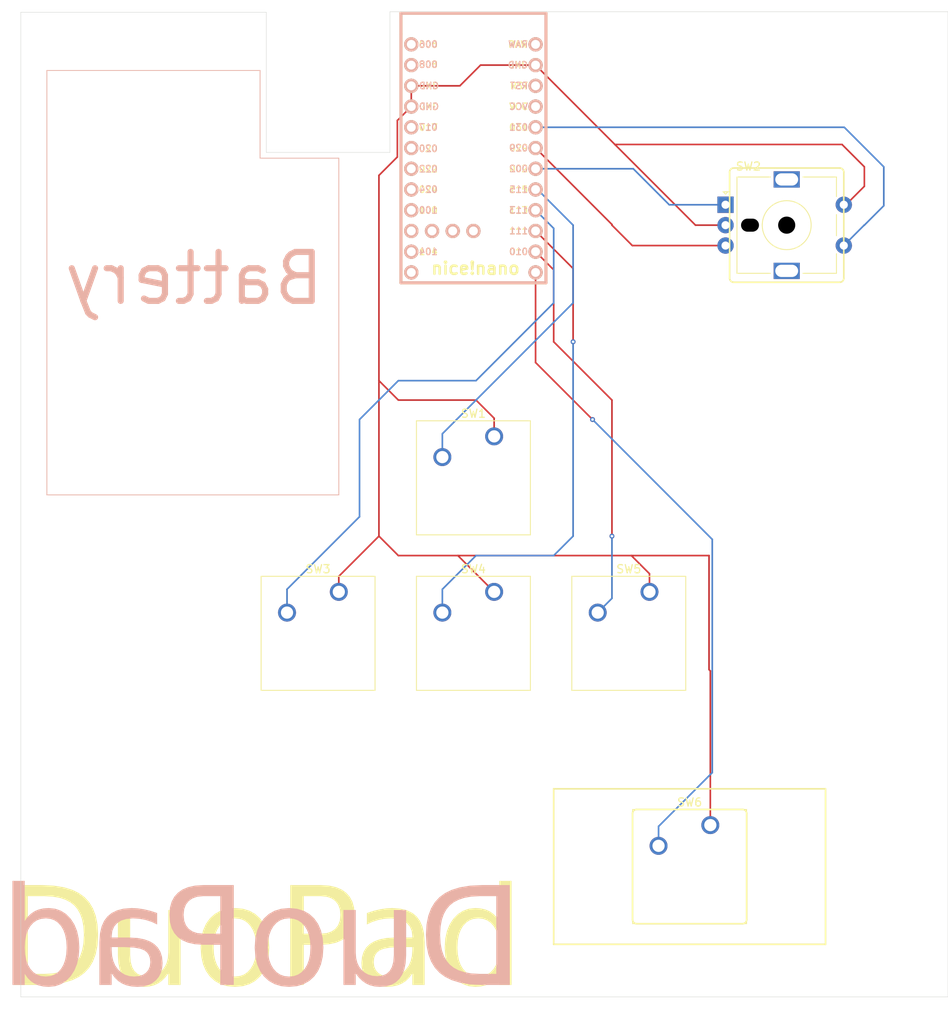
<source format=kicad_pcb>
(kicad_pcb (version 20241229) (generator "pcbnew") (generator_version "9.0")
  (layers (0 "F.Cu" signal) (2 "B.Cu" signal) (13 "F.Paste" user) (15 "B.Paste" user) (5 "F.SilkS" user "F.Silkscreen") (7 "B.SilkS" user "B.Silkscreen") (1 "F.Mask" user) (3 "B.Mask" user) (25 "Edge.Cuts" user))
  (net 0 "")
  (net 1 "P1.15")
  (net 2 "GND")
  (net 3 "AIN5{slash}P0.29")
  (net 4 "AIN7{slash}P0.31")
  (net 5 "AIN0{slash}P0.02")
  (net 6 "P1.13")
  (net 7 "P1.11")
  (net 8 "NFC2{slash}P0.10")
  (net 9 "NFC1{slash}P0.09")
  (net 25 "+")
  (footprint "nice:nice_nano" (layer "F.Cu") (at 123.5075 48.97 -90)
    (property "Reference" "U1" (hide yes))
    (property "Value" "nice_nano" (hide yes))
    (fp_line (start -17.78 8.89) (end -15.24 8.89) (stroke (width 0.381)) (layer "F.SilkS"))
    (fp_line (start -15.24 8.89) (end 15.24 8.89) (stroke (width 0.381)) (layer "F.SilkS"))
    (fp_line (start 15.24 8.89) (end 15.24 -8.89) (stroke (width 0.381)) (layer "F.SilkS"))
    (fp_line (start -17.78 -8.89) (end -17.78 8.89) (stroke (width 0.381)) (layer "F.SilkS"))
    (fp_line (start -15.24 -8.89) (end -17.78 -8.89) (stroke (width 0.381)) (layer "F.SilkS"))
    (fp_line (start 15.24 -8.89) (end -15.24 -8.89) (stroke (width 0.381)) (layer "F.SilkS"))
    (fp_line (start -17.78 8.89) (end 15.24 8.89) (stroke (width 0.381)) (layer "B.SilkS"))
    (fp_line (start 15.24 8.89) (end 15.24 -8.89) (stroke (width 0.381)) (layer "B.SilkS"))
    (fp_line (start -17.78 -8.89) (end -17.78 8.89) (stroke (width 0.381)) (layer "B.SilkS"))
    (fp_line (start 15.24 -8.89) (end -17.78 -8.89) (stroke (width 0.381)) (layer "B.SilkS"))
    (fp_text user "VCC" (at -6.35 -5.537191 0) (layer "F.SilkS") (effects (font (size 0.8 0.8))))
    (fp_text user "111" (at 8.89 -5.537191 0) (layer "F.SilkS") (effects (font (size 0.8 0.8))))
    (fp_text user "010" (at 11.43 -5.537191 0) (layer "F.SilkS") (effects (font (size 0.8 0.8))))
    (fp_text user "GND" (at -11.43 -5.454667 0) (layer "F.SilkS") (effects (font (size 0.8 0.8))))
    (fp_text user "RAW" (at -13.97 -5.473715 0) (layer "F.SilkS") (effects (font (size 0.8 0.8))))
    (fp_text user "022" (at 1.3 5.53719 0) (layer "F.SilkS") (effects (font (size 0.8 0.8))))
    (fp_text user "113" (at 6.35 -5.537191 0) (layer "F.SilkS") (effects (font (size 0.8 0.8))))
    (fp_text user "006" (at -13.97 5.53719 0) (layer "F.SilkS") (effects (font (size 0.8 0.8))))
    (fp_text user "017" (at -3.8 5.53719 0) (layer "F.SilkS") (effects (font (size 0.8 0.8))))
    (fp_text user "002" (at 1.27 -5.537191 0) (layer "F.SilkS") (effects (font (size 0.8 0.8))))
    (fp_text user "104" (at 11.43 5.53719 0) (layer "F.SilkS") (effects (font (size 0.8 0.8))))
    (fp_text user "RST" (at -8.89 -5.588 0) (layer "F.SilkS") (effects (font (size 0.8 0.8))))
    (fp_text user "GND" (at -6.35 5.461 0) (layer "F.SilkS") (effects (font (size 0.8 0.8))))
    (fp_text user "nice!nano" (at 13.462 -0.254 0) (layer "F.SilkS") (effects (font (size 1.5 1.5) (thickness 0.3))))
    (fp_text user "100" (at 6.35 5.53719 0) (layer "F.SilkS") (effects (font (size 0.8 0.8))))
    (fp_text user "020" (at -1.2 5.53719 0) (layer "F.SilkS") (effects (font (size 0.8 0.8))))
    (fp_text user "008" (at -11.5 5.53719 0) (layer "F.SilkS") (effects (font (size 0.8 0.8))))
    (fp_text user "031" (at -3.81 -5.537191 0) (layer "F.SilkS") (effects (font (size 0.8 0.8))))
    (fp_text user "024" (at 3.81 5.53719 0) (layer "F.SilkS") (effects (font (size 0.8 0.8))))
    (fp_text user "GND" (at -8.89 5.461 0) (layer "F.SilkS") (effects (font (size 0.8 0.8))))
    (fp_text user "115" (at 3.81 -5.537191 0) (layer "F.SilkS") (effects (font (size 0.8 0.8))))
    (fp_text user "029" (at -1.27 -5.537191 0) (layer "F.SilkS") (effects (font (size 0.8 0.8))))
    (fp_text user "GND" (at -8.89 5.461 0) (layer "B.SilkS") (effects (font (size 0.8 0.8)) (justify mirror)))
    (fp_text user "100" (at 6.35 5.53719 0) (layer "B.SilkS") (effects (font (size 0.8 0.8)) (justify mirror)))
    (fp_text user "104" (at 11.43 5.53719 0) (layer "B.SilkS") (effects (font (size 0.8 0.8)) (justify mirror)))
    (fp_text user "GND" (at -11.43 -5.454667 0) (layer "B.SilkS") (effects (font (size 0.8 0.8)) (justify mirror)))
    (fp_text user "115" (at 3.81 -5.537191 0) (layer "B.SilkS") (effects (font (size 0.8 0.8)) (justify mirror)))
    (fp_text user "006" (at -13.97 5.53719 0) (layer "B.SilkS") (effects (font (size 0.8 0.8)) (justify mirror)))
    (fp_text user "RST" (at -8.89 -5.588 0) (layer "B.SilkS") (effects (font (size 0.8 0.8)) (justify mirror)))
    (fp_text user "017" (at -3.81 5.53719 0) (layer "B.SilkS") (effects (font (size 0.8 0.8)) (justify mirror)))
    (fp_text user "008" (at -11.5 5.53719 0) (layer "B.SilkS") (effects (font (size 0.8 0.8)) (justify mirror)))
    (fp_text user "002" (at 1.27 -5.537191 0) (layer "B.SilkS") (effects (font (size 0.8 0.8)) (justify mirror)))
    (fp_text user "111" (at 8.89 -5.537191 0) (layer "B.SilkS") (effects (font (size 0.8 0.8)) (justify mirror)))
    (fp_text user "010" (at 11.43 -5.537191 0) (layer "B.SilkS") (effects (font (size 0.8 0.8)) (justify mirror)))
    (fp_text user "VCC" (at -6.35 -5.537191 0) (layer "B.SilkS") (effects (font (size 0.8 0.8)) (justify mirror)))
    (fp_text user "020" (at -1.2 5.53719 0) (layer "B.SilkS") (effects (font (size 0.8 0.8)) (justify mirror)))
    (fp_text user "GND" (at -6.35 5.461 0) (layer "B.SilkS") (effects (font (size 0.8 0.8)) (justify mirror)))
    (fp_text user "024" (at 3.8 5.53719 0) (layer "B.SilkS") (effects (font (size 0.8 0.8)) (justify mirror)))
    (fp_text user "022" (at 1.3 5.53719 0) (layer "B.SilkS") (effects (font (size 0.8 0.8)) (justify mirror)))
    (fp_text user "029" (at -1.27 -5.537191 0) (layer "B.SilkS") (effects (font (size 0.8 0.8)) (justify mirror)))
    (fp_text user "031" (at -3.81 -5.537191 0) (layer "B.SilkS") (effects (font (size 0.8 0.8)) (justify mirror)))
    (fp_text user "113" (at 6.35 -5.537191 0) (layer "B.SilkS") (effects (font (size 0.8 0.8)) (justify mirror)))
    (fp_text user "RAW" (at -13.97 -5.473715 0) (layer "B.SilkS") (effects (font (size 0.8 0.8)) (justify mirror)))
    (pad "1" thru_hole circle (at -13.97 7.62 270) (size 1.7526 1.7526) (drill 1.0922) (layers "*.Cu" "*.SilkS" "*.Mask"))
    (pad "2" thru_hole circle (at -11.43 7.62 270) (size 1.7526 1.7526) (drill 1.0922) (layers "*.Cu" "*.SilkS" "*.Mask"))
    (pad "3" thru_hole circle (at -8.89 7.62 270) (size 1.7526 1.7526) (drill 1.0922) (layers "*.Cu" "*.SilkS" "*.Mask") (net 2 "GND"))
    (pad "4" thru_hole circle (at -6.35 7.62 270) (size 1.7526 1.7526) (drill 1.0922) (layers "*.Cu" "*.SilkS" "*.Mask") (net 2 "GND"))
    (pad "5" thru_hole circle (at -3.81 7.62 270) (size 1.7526 1.7526) (drill 1.0922) (layers "*.Cu" "*.SilkS" "*.Mask"))
    (pad "6" thru_hole circle (at -1.27 7.62 270) (size 1.7526 1.7526) (drill 1.0922) (layers "*.Cu" "*.SilkS" "*.Mask"))
    (pad "7" thru_hole circle (at 1.27 7.62 270) (size 1.7526 1.7526) (drill 1.0922) (layers "*.Cu" "*.SilkS" "*.Mask"))
    (pad "8" thru_hole circle (at 3.81 7.62 270) (size 1.7526 1.7526) (drill 1.0922) (layers "*.Cu" "*.SilkS" "*.Mask"))
    (pad "9" thru_hole circle (at 6.35 7.62 270) (size 1.7526 1.7526) (drill 1.0922) (layers "*.Cu" "*.SilkS" "*.Mask"))
    (pad "10" thru_hole circle (at 8.89 7.62 270) (size 1.7526 1.7526) (drill 1.0922) (layers "*.Cu" "*.SilkS" "*.Mask"))
    (pad "11" thru_hole circle (at 11.43 7.62 270) (size 1.7526 1.7526) (drill 1.0922) (layers "*.Cu" "*.SilkS" "*.Mask"))
    (pad "12" thru_hole circle (at 13.97 7.62 270) (size 1.7526 1.7526) (drill 1.0922) (layers "*.Cu" "*.SilkS" "*.Mask"))
    (pad "13" thru_hole circle (at 13.97 -7.62 270) (size 1.7526 1.7526) (drill 1.0922) (layers "*.Cu" "*.SilkS" "*.Mask") (net 9 "NFC1{slash}P0.09"))
    (pad "14" thru_hole circle (at 11.43 -7.62 270) (size 1.7526 1.7526) (drill 1.0922) (layers "*.Cu" "*.SilkS" "*.Mask") (net 8 "NFC2{slash}P0.10"))
    (pad "15" thru_hole circle (at 8.89 -7.62 270) (size 1.7526 1.7526) (drill 1.0922) (layers "*.Cu" "*.SilkS" "*.Mask") (net 7 "P1.11"))
    (pad "16" thru_hole circle (at 6.35 -7.62 270) (size 1.7526 1.7526) (drill 1.0922) (layers "*.Cu" "*.SilkS" "*.Mask") (net 6 "P1.13"))
    (pad "17" thru_hole circle (at 3.81 -7.62 270) (size 1.7526 1.7526) (drill 1.0922) (layers "*.Cu" "*.SilkS" "*.Mask") (net 1 "P1.15"))
    (pad "18" thru_hole circle (at 1.27 -7.62 270) (size 1.7526 1.7526) (drill 1.0922) (layers "*.Cu" "*.SilkS" "*.Mask") (net 5 "AIN0{slash}P0.02"))
    (pad "19" thru_hole circle (at -1.27 -7.62 270) (size 1.7526 1.7526) (drill 1.0922) (layers "*.Cu" "*.SilkS" "*.Mask") (net 3 "AIN5{slash}P0.29"))
    (pad "20" thru_hole circle (at -3.81 -7.62 270) (size 1.7526 1.7526) (drill 1.0922) (layers "*.Cu" "*.SilkS" "*.Mask") (net 4 "AIN7{slash}P0.31"))
    (pad "21" thru_hole circle (at -6.35 -7.62 270) (size 1.7526 1.7526) (drill 1.0922) (layers "*.Cu" "*.SilkS" "*.Mask"))
    (pad "22" thru_hole circle (at -8.89 -7.62 270) (size 1.7526 1.7526) (drill 1.0922) (layers "*.Cu" "*.SilkS" "*.Mask"))
    (pad "23" thru_hole circle (at -11.43 -7.62 270) (size 1.7526 1.7526) (drill 1.0922) (layers "*.Cu" "*.SilkS" "*.Mask") (net 2 "GND"))
    (pad "24" thru_hole circle (at -13.97 -7.62 270) (size 1.7526 1.7526) (drill 1.0922) (layers "*.Cu" "*.SilkS" "*.Mask") (net 25 "+"))
    (pad "31" thru_hole circle (at 8.89 5.08 270) (size 1.7526 1.7526) (drill 1.0922) (layers "*.Cu" "*.SilkS" "*.Mask"))
    (pad "32" thru_hole circle (at 8.89 2.54 270) (size 1.7526 1.7526) (drill 1.0922) (layers "*.Cu" "*.SilkS" "*.Mask"))
    (pad "33" thru_hole circle (at 8.89 0 270) (size 1.7526 1.7526) (drill 1.0922) (layers "*.Cu" "*.SilkS" "*.Mask"))
  )
  (footprint "Button_Switch_Keyboard:SW_Cherry_MX_1.00u_PCB" (layer "F.Cu") (at 126.0475 83.02625)
    (property "Reference" "SW1" (at -2.54 -2.794 0) (layer "F.SilkS"))
    (property "Value" "SW_Push")
    (fp_line (start -9.525 -1.905) (end 4.445 -1.905) (stroke (width 0.12)) (layer "F.SilkS"))
    (fp_line (start -9.525 12.065) (end -9.525 -1.905) (stroke (width 0.12)) (layer "F.SilkS"))
    (fp_line (start 4.445 -1.905) (end 4.445 12.065) (stroke (width 0.12)) (layer "F.SilkS"))
    (fp_line (start 4.445 12.065) (end -9.525 12.065) (stroke (width 0.12)) (layer "F.SilkS"))
    (pad "" np_thru_hole circle (at -7.62 5.08) (size 1.7 1.7) (drill 1.7) (layers "*.Cu" "*.Mask"))
    (pad "" np_thru_hole circle (at -2.54 5.08) (size 4 4) (drill 4) (layers "*.Cu" "*.Mask"))
    (pad "" np_thru_hole circle (at 2.54 5.08) (size 1.7 1.7) (drill 1.7) (layers "*.Cu" "*.Mask"))
    (pad "1" thru_hole circle (at 0 0) (size 2.2 2.2) (drill 1.5) (layers "*.Cu" "*.Mask") (net 2 "GND"))
    (pad "2" thru_hole circle (at -6.35 2.54) (size 2.2 2.2) (drill 1.5) (layers "*.Cu" "*.Mask") (net 1 "P1.15"))
  )
  (footprint "Rotary_Encoder:RotaryEncoder_Alps_EC11E-Switch_Vertical_H20mm_MountingHoles" (layer "F.Cu") (at 154.425 54.65)
    (property "Reference" "SW2" (at 2.8 -4.7 0) (layer "F.SilkS"))
    (property "Value" "RotaryEncoder_Switch")
    (fp_line (start -0.3 -1.6) (end 0.3 -1.6) (stroke (width 0.12)) (layer "F.SilkS"))
    (fp_line (start 0 -1.3) (end -0.3 -1.6) (stroke (width 0.12)) (layer "F.SilkS"))
    (fp_line (start 0.3 -1.6) (end 0 -1.3) (stroke (width 0.12)) (layer "F.SilkS"))
    (fp_line (start 1.4 -3.4) (end 1.4 8.4) (stroke (width 0.12)) (layer "F.SilkS"))
    (fp_line (start 5.5 -3.4) (end 1.4 -3.4) (stroke (width 0.12)) (layer "F.SilkS"))
    (fp_line (start 5.5 8.4) (end 1.4 8.4) (stroke (width 0.12)) (layer "F.SilkS"))
    (fp_line (start 9.5 -3.4) (end 13.6 -3.4) (stroke (width 0.12)) (layer "F.SilkS"))
    (fp_line (start 13.6 -3.4) (end 13.6 -1) (stroke (width 0.12)) (layer "F.SilkS"))
    (fp_line (start 13.6 1.2) (end 13.6 3.8) (stroke (width 0.12)) (layer "F.SilkS"))
    (fp_line (start 13.6 6) (end 13.6 8.4) (stroke (width 0.12)) (layer "F.SilkS"))
    (fp_line (start 13.6 8.4) (end 9.5 8.4) (stroke (width 0.12)) (layer "F.SilkS"))
    (fp_circle (center 7.5 2.5) (end 10.5 2.5) (stroke (width 0.12)) (fill no) (layer "F.SilkS"))
    (pad "" np_thru_hole oval (at 3 2.5) (size 2.2 1.6) (drill oval 2.2 1.6) (layers "*.Mask"))
    (pad "" np_thru_hole circle (at 7.5 2.5) (size 2.1 2.1) (drill 2.1) (layers "*.Mask"))
    (pad "A" thru_hole rect (at 0 0) (size 2 2) (drill 1) (layers "*.Cu" "*.Mask") (net 5 "AIN0{slash}P0.02"))
    (pad "B" thru_hole circle (at 0 5) (size 2 2) (drill 1) (layers "*.Cu" "*.Mask") (net 3 "AIN5{slash}P0.29"))
    (pad "C" thru_hole circle (at 0 2.5) (size 2 2) (drill 1) (layers "*.Cu" "*.Mask") (net 2 "GND"))
    (pad "MP" thru_hole rect (at 7.5 -3.1) (size 3.2 2) (drill oval 2.8 1.5) (layers "*.Cu" "*.Mask"))
    (pad "MP" thru_hole rect (at 7.5 8.1) (size 3.2 2) (drill oval 2.8 1.5) (layers "*.Cu" "*.Mask"))
    (pad "S1" thru_hole circle (at 14.5 5) (size 2 2) (drill 1) (layers "*.Cu" "*.Mask") (net 4 "AIN7{slash}P0.31"))
    (pad "S2" thru_hole circle (at 14.5 0) (size 2 2) (drill 1) (layers "*.Cu" "*.Mask") (net 2 "GND"))
  )
  (footprint "Button_Switch_Keyboard:SW_Cherry_MX_1.00u_PCB" (layer "F.Cu") (at 106.9975 102.07625)
    (property "Reference" "SW3" (at -2.54 -2.794 0) (layer "F.SilkS"))
    (property "Value" "SW_Push")
    (fp_line (start -9.525 -1.905) (end 4.445 -1.905) (stroke (width 0.12)) (layer "F.SilkS"))
    (fp_line (start -9.525 12.065) (end -9.525 -1.905) (stroke (width 0.12)) (layer "F.SilkS"))
    (fp_line (start 4.445 -1.905) (end 4.445 12.065) (stroke (width 0.12)) (layer "F.SilkS"))
    (fp_line (start 4.445 12.065) (end -9.525 12.065) (stroke (width 0.12)) (layer "F.SilkS"))
    (pad "" np_thru_hole circle (at -7.62 5.08) (size 1.7 1.7) (drill 1.7) (layers "*.Cu" "*.Mask"))
    (pad "" np_thru_hole circle (at -2.54 5.08) (size 4 4) (drill 4) (layers "*.Cu" "*.Mask"))
    (pad "" np_thru_hole circle (at 2.54 5.08) (size 1.7 1.7) (drill 1.7) (layers "*.Cu" "*.Mask"))
    (pad "1" thru_hole circle (at 0 0) (size 2.2 2.2) (drill 1.5) (layers "*.Cu" "*.Mask") (net 2 "GND"))
    (pad "2" thru_hole circle (at -6.35 2.54) (size 2.2 2.2) (drill 1.5) (layers "*.Cu" "*.Mask") (net 6 "P1.13"))
  )
  (footprint "Button_Switch_Keyboard:SW_Cherry_MX_1.00u_PCB" (layer "F.Cu") (at 145.0975 102.07625)
    (property "Reference" "SW5" (at -2.54 -2.794 0) (layer "F.SilkS"))
    (property "Value" "SW_Push")
    (fp_line (start -9.525 -1.905) (end 4.445 -1.905) (stroke (width 0.12)) (layer "F.SilkS"))
    (fp_line (start -9.525 12.065) (end -9.525 -1.905) (stroke (width 0.12)) (layer "F.SilkS"))
    (fp_line (start 4.445 -1.905) (end 4.445 12.065) (stroke (width 0.12)) (layer "F.SilkS"))
    (fp_line (start 4.445 12.065) (end -9.525 12.065) (stroke (width 0.12)) (layer "F.SilkS"))
    (pad "" np_thru_hole circle (at -7.62 5.08) (size 1.7 1.7) (drill 1.7) (layers "*.Cu" "*.Mask"))
    (pad "" np_thru_hole circle (at -2.54 5.08) (size 4 4) (drill 4) (layers "*.Cu" "*.Mask"))
    (pad "" np_thru_hole circle (at 2.54 5.08) (size 1.7 1.7) (drill 1.7) (layers "*.Cu" "*.Mask"))
    (pad "1" thru_hole circle (at 0 0) (size 2.2 2.2) (drill 1.5) (layers "*.Cu" "*.Mask") (net 2 "GND"))
    (pad "2" thru_hole circle (at -6.35 2.54) (size 2.2 2.2) (drill 1.5) (layers "*.Cu" "*.Mask") (net 8 "NFC2{slash}P0.10"))
  )
  (footprint "Button_Switch_Keyboard:SW_Cherry_MX_1.00u_PCB" (layer "F.Cu") (at 126.0475 102.07625)
    (property "Reference" "SW4" (at -2.54 -2.794 0) (layer "F.SilkS"))
    (property "Value" "SW_Push")
    (fp_line (start -9.525 -1.905) (end 4.445 -1.905) (stroke (width 0.12)) (layer "F.SilkS"))
    (fp_line (start -9.525 12.065) (end -9.525 -1.905) (stroke (width 0.12)) (layer "F.SilkS"))
    (fp_line (start 4.445 -1.905) (end 4.445 12.065) (stroke (width 0.12)) (layer "F.SilkS"))
    (fp_line (start 4.445 12.065) (end -9.525 12.065) (stroke (width 0.12)) (layer "F.SilkS"))
    (pad "" np_thru_hole circle (at -7.62 5.08) (size 1.7 1.7) (drill 1.7) (layers "*.Cu" "*.Mask"))
    (pad "" np_thru_hole circle (at -2.54 5.08) (size 4 4) (drill 4) (layers "*.Cu" "*.Mask"))
    (pad "" np_thru_hole circle (at 2.54 5.08) (size 1.7 1.7) (drill 1.7) (layers "*.Cu" "*.Mask"))
    (pad "1" thru_hole circle (at 0 0) (size 2.2 2.2) (drill 1.5) (layers "*.Cu" "*.Mask") (net 2 "GND"))
    (pad "2" thru_hole circle (at -6.35 2.54) (size 2.2 2.2) (drill 1.5) (layers "*.Cu" "*.Mask") (net 7 "P1.11"))
  )
  (footprint "Button_Switch_Keyboard:SW_Cherry_MX_1.00u_PCB" (layer "F.Cu") (at 152.55875 130.65125)
    (property "Reference" "SW6" (at -2.54 -2.794 0) (layer "F.SilkS"))
    (property "Value" "SW_Push")
    (fp_line (start -9.525 -1.905) (end 4.445 -1.905) (stroke (width 0.12)) (layer "F.SilkS"))
    (fp_line (start -9.525 12.065) (end -9.525 -1.905) (stroke (width 0.12)) (layer "F.SilkS"))
    (fp_line (start 4.445 -1.905) (end 4.445 12.065) (stroke (width 0.12)) (layer "F.SilkS"))
    (fp_line (start 4.445 12.065) (end -9.525 12.065) (stroke (width 0.12)) (layer "F.SilkS"))
    (pad "" np_thru_hole circle (at -7.62 5.08) (size 1.7 1.7) (drill 1.7) (layers "*.Cu" "*.Mask"))
    (pad "" np_thru_hole circle (at -2.54 5.08) (size 4 4) (drill 4) (layers "*.Cu" "*.Mask"))
    (pad "" np_thru_hole circle (at 2.54 5.08) (size 1.7 1.7) (drill 1.7) (layers "*.Cu" "*.Mask"))
    (pad "1" thru_hole circle (at 0 0) (size 2.2 2.2) (drill 1.5) (layers "*.Cu" "*.Mask") (net 2 "GND"))
    (pad "2" thru_hole circle (at -6.35 2.54) (size 2.2 2.2) (drill 1.5) (layers "*.Cu" "*.Mask") (net 9 "NFC1{slash}P0.09"))
  )
  (gr_arc (start 156.5186 128.73125) (mid 156.872271 128.877714) (end 157.01875 129.238421) (stroke (width 0.2)) (layer "F.SilkS"))
  (gr_line (start 155.42497 50.15) (end 168.42485 50.15) (stroke (width 0.2)) (layer "F.SilkS"))
  (gr_arc (start 143.5189 142.73125) (mid 143.165229 142.584786) (end 143.01875 142.23815) (stroke (width 0.2)) (layer "F.SilkS"))
  (gr_line (start 143.51872 128.73125) (end 156.5186 128.73125) (stroke (width 0.2)) (layer "F.SilkS"))
  (gr_line (start 143.01875 129.23122) (end 143.01875 142.23815) (stroke (width 0.2)) (layer "F.SilkS"))
  (gr_line (start 133.35 126.20625) (end 166.6875 126.20625) (stroke (width 0.2)) (layer "F.SilkS"))
  (gr_line (start 133.35 145.25625) (end 133.35 126.20625) (stroke (width 0.2)) (layer "F.SilkS"))
  (gr_arc (start 157.01875 142.23125) (mid 156.872306 142.584821) (end 156.51875 142.73125) (stroke (width 0.2)) (layer "F.SilkS"))
  (gr_line (start 168.925 50.657171) (end 168.925 63.65) (stroke (width 0.2)) (layer "F.SilkS"))
  (gr_line (start 143.5189 142.73125) (end 156.51875 142.73125) (stroke (width 0.2)) (layer "F.SilkS"))
  (gr_line (start 133.35 145.25625) (end 166.6875 145.25625) (stroke (width 0.2)) (layer "F.SilkS"))
  (gr_line (start 155.42515 64.15) (end 168.425 64.15) (stroke (width 0.2)) (layer "F.SilkS"))
  (gr_arc (start 168.42485 50.15) (mid 168.778521 50.296464) (end 168.925 50.657171) (stroke (width 0.2)) (layer "F.SilkS"))
  (gr_line (start 154.925 50.64997) (end 154.925 63.6569) (stroke (width 0.2)) (layer "F.SilkS"))
  (gr_line (start 157.01875 129.238421) (end 157.01875 142.23125) (stroke (width 0.2)) (layer "F.SilkS"))
  (gr_line (start 166.6875 145.25625) (end 166.6875 126.20625) (stroke (width 0.2)) (layer "F.SilkS"))
  (gr_arc (start 168.925 63.65) (mid 168.778556 64.003571) (end 168.425 64.15) (stroke (width 0.2)) (layer "F.SilkS"))
  (gr_arc (start 155.42515 64.15) (mid 155.071479 64.003536) (end 154.925 63.6569) (stroke (width 0.2)) (layer "F.SilkS"))
  (gr_arc (start 143.01875 129.23122) (mid 143.165194 128.877679) (end 143.51872 128.73125) (stroke (width 0.2)) (layer "F.SilkS"))
  (gr_arc (start 154.925 50.64997) (mid 155.071444 50.296429) (end 155.42497 50.15) (stroke (width 0.2)) (layer "F.SilkS"))
  (gr_line (start 71.2 38.2) (end 71.2 90.2) (stroke (width 0.1)) (layer "B.SilkS"))
  (gr_line (start 106.924 48.946) (end 107 48.946) (stroke (width 0.1)) (layer "B.SilkS"))
  (gr_line (start 107 90.2) (end 107 48.946) (stroke (width 0.1)) (layer "B.SilkS"))
  (gr_line (start 97.34 38.201) (end 97.34 48.946) (stroke (width 0.1)) (layer "B.SilkS"))
  (gr_line (start 97.34 38.201) (end 71.2 38.201) (stroke (width 0.1)) (layer "B.SilkS"))
  (gr_line (start 97.34 48.946) (end 106.924 48.946) (stroke (width 0.1)) (layer "B.SilkS"))
  (gr_line (start 71.2 90.2) (end 107 90.2) (stroke (width 0.1)) (layer "B.SilkS"))
  (gr_line (start 68 151.7) (end 68 31.075) (stroke (width 0.05)) (layer "Edge.Cuts"))
  (gr_line (start 181.7 151.7) (end 181.7 31) (stroke (width 0.05)) (layer "Edge.Cuts"))
  (gr_line (start 98.105 31.075) (end 98.105 48.241) (stroke (width 0.05)) (layer "Edge.Cuts"))
  (gr_line (start 98.105 31.075) (end 68 31.075) (stroke (width 0.05)) (layer "Edge.Cuts"))
  (gr_line (start 98.105 48.241) (end 113.267 48.241) (stroke (width 0.05)) (layer "Edge.Cuts"))
  (gr_line (start 113.267 48.241) (end 113.267 31) (stroke (width 0.05)) (layer "Edge.Cuts"))
  (gr_line (start 68 151.7) (end 181.7 151.7) (stroke (width 0.05)) (layer "Edge.Cuts"))
  (gr_line (start 181.7 31) (end 113.267 31) (stroke (width 0.05)) (layer "Edge.Cuts"))
  (gr_text "DuoPad" (at 97.63125 145.25625 0) (layer "F.SilkS") (effects (font (size 12 12) (thickness 1.5))))
  (gr_text "Battery" (at 105.6 67.2 -0) (layer "B.SilkS") (effects (font (size 6 6) (thickness 0.75)) (justify left bottom mirror)))
  (gr_text "DuoPad" (at 97.53125 145.25625 -0) (layer "B.SilkS") (effects (font (size 12 12) (thickness 1.5)) (justify mirror)))
  (segment (start 131.1275 52.78) (end 131.36125 52.78) (width 0.2) (layer "B.Cu") (net 1))
  (segment (start 131.36125 52.78) (end 135.73125 57.15) (width 0.2) (layer "B.Cu") (net 1))
  (segment (start 135.73125 66.675) (end 119.6975 82.70875) (width 0.2) (layer "B.Cu") (net 1))
  (segment (start 135.73125 57.15) (end 135.73125 66.675) (width 0.2) (layer "B.Cu") (net 1))
  (segment (start 119.6975 82.70875) (end 119.6975 85.56625) (width 0.2) (layer "B.Cu") (net 1))
  (segment (start 171.45 50.00625) (end 171.45 52.3875) (width 0.2) (layer "F.Cu") (net 2))
  (segment (start 150.7375 57.15) (end 154.425 57.15) (width 0.2) (layer "F.Cu") (net 2))
  (segment (start 114.3 97.63125) (end 121.6025 97.63125) (width 0.2) (layer "F.Cu") (net 2))
  (segment (start 126.0475 80.80375) (end 126.0475 83.02625) (width 0.2) (layer "F.Cu") (net 2))
  (segment (start 145.0975 99.85375) (end 145.0975 102.07625) (width 0.2) (layer "F.Cu") (net 2))
  (segment (start 121.6025 97.63125) (end 126.0475 102.07625) (width 0.2) (layer "F.Cu") (net 2))
  (segment (start 111.91875 76.2) (end 111.91875 51.053) (width 0.2) (layer "F.Cu") (net 2))
  (segment (start 121.845 40.08) (end 115.8875 40.08) (width 0.2) (layer "F.Cu") (net 2))
  (segment (start 114.179 48.79275) (end 114.179 44.3285) (width 0.2) (layer "F.Cu") (net 2))
  (segment (start 152.55875 111.76) (end 152.55875 130.65125) (width 0.2) (layer "F.Cu") (net 2))
  (segment (start 121.6025 97.63125) (end 142.875 97.63125) (width 0.2) (layer "F.Cu") (net 2))
  (segment (start 140.853125 47.265625) (end 168.709375 47.265625) (width 0.2) (layer "F.Cu") (net 2))
  (segment (start 124.385 37.54) (end 121.845 40.08) (width 0.2) (layer "F.Cu") (net 2))
  (segment (start 152.55875 111.76) (end 152.4 111.60125) (width 0.2) (layer "F.Cu") (net 2))
  (segment (start 168.709375 47.265625) (end 171.45 50.00625) (width 0.2) (layer "F.Cu") (net 2))
  (segment (start 114.3 78.58125) (end 123.825 78.58125) (width 0.2) (layer "F.Cu") (net 2))
  (segment (start 111.91875 76.2) (end 111.91875 95.25) (width 0.2) (layer "F.Cu") (net 2))
  (segment (start 140.853125 47.265625) (end 150.7375 57.15) (width 0.2) (layer "F.Cu") (net 2))
  (segment (start 131.1275 37.54) (end 124.385 37.54) (width 0.2) (layer "F.Cu") (net 2))
  (segment (start 114.179 44.3285) (end 115.8875 42.62) (width 0.2) (layer "F.Cu") (net 2))
  (segment (start 131.1275 37.54) (end 140.853125 47.265625) (width 0.2) (layer "F.Cu") (net 2))
  (segment (start 106.9975 100.17125) (end 106.9975 102.07625) (width 0.2) (layer "F.Cu") (net 2))
  (segment (start 111.91875 51.053) (end 114.179 48.79275) (width 0.2) (layer "F.Cu") (net 2))
  (segment (start 152.4 97.63125) (end 142.875 97.63125) (width 0.2) (layer "F.Cu") (net 2))
  (segment (start 142.875 97.63125) (end 145.0975 99.85375) (width 0.2) (layer "F.Cu") (net 2))
  (segment (start 111.91875 95.25) (end 106.9975 100.17125) (width 0.2) (layer "F.Cu") (net 2))
  (segment (start 169.64375 54.76875) (end 168.925 55.4875) (width 0.2) (layer "F.Cu") (net 2))
  (segment (start 168.925 54.65) (end 169.1875 54.65) (width 0.2) (layer "F.Cu") (net 2))
  (segment (start 152.4 111.60125) (end 152.4 97.63125) (width 0.2) (layer "F.Cu") (net 2))
  (segment (start 111.91875 76.2) (end 114.3 78.58125) (width 0.2) (layer "F.Cu") (net 2))
  (segment (start 123.825 78.58125) (end 126.0475 80.80375) (width 0.2) (layer "F.Cu") (net 2))
  (segment (start 169.1875 54.65) (end 171.45 52.3875) (width 0.2) (layer "F.Cu") (net 2))
  (segment (start 115.8875 40.08) (end 115.8875 42.62) (width 0.2) (layer "F.Cu") (net 2))
  (segment (start 111.91875 95.25) (end 114.3 97.63125) (width 0.2) (layer "F.Cu") (net 2))
  (segment (start 142.875 59.53125) (end 142.99375 59.65) (width 0.2) (layer "F.Cu") (net 3))
  (segment (start 140.49375 57.15) (end 142.875 59.53125) (width 0.2) (layer "F.Cu") (net 3))
  (segment (start 140.49375 57.06625) (end 140.49375 57.15) (width 0.2) (layer "F.Cu") (net 3))
  (segment (start 142.99375 59.65) (end 154.425 59.65) (width 0.2) (layer "F.Cu") (net 3))
  (segment (start 131.1275 47.7) (end 140.49375 57.06625) (width 0.2) (layer "F.Cu") (net 3))
  (segment (start 171.45 57.15) (end 173.83125 54.76875) (width 0.2) (layer "B.Cu") (net 4))
  (segment (start 168.985 45.16) (end 173.83125 50.00625) (width 0.2) (layer "B.Cu") (net 4))
  (segment (start 131.1275 45.16) (end 168.985 45.16) (width 0.2) (layer "B.Cu") (net 4))
  (segment (start 171.425 57.15) (end 171.45 57.15) (width 0.2) (layer "B.Cu") (net 4))
  (segment (start 173.83125 50.00625) (end 173.83125 54.76875) (width 0.2) (layer "B.Cu") (net 4))
  (segment (start 171.425 57.15) (end 168.925 59.65) (width 0.2) (layer "B.Cu") (net 4))
  (segment (start 147.51875 54.65) (end 154.425 54.65) (width 0.2) (layer "B.Cu") (net 5))
  (segment (start 143.10875 50.24) (end 131.1275 50.24) (width 0.2) (layer "B.Cu") (net 5))
  (segment (start 146.425375 53.556625) (end 143.10875 50.24) (width 0.2) (layer "B.Cu") (net 5))
  (segment (start 146.425375 53.556625) (end 147.51875 54.65) (width 0.2) (layer "B.Cu") (net 5))
  (segment (start 109.5375 80.9625) (end 109.5375 92.86875) (width 0.2) (layer "B.Cu") (net 6))
  (segment (start 133.35 57.5425) (end 133.35 66.675) (width 0.2) (layer "B.Cu") (net 6))
  (segment (start 109.5375 92.86875) (end 100.6475 101.75875) (width 0.2) (layer "B.Cu") (net 6))
  (segment (start 131.1275 55.32) (end 133.35 57.5425) (width 0.2) (layer "B.Cu") (net 6))
  (segment (start 133.35 66.675) (end 123.825 76.2) (width 0.2) (layer "B.Cu") (net 6))
  (segment (start 114.3 76.2) (end 109.5375 80.9625) (width 0.2) (layer "B.Cu") (net 6))
  (segment (start 100.6475 101.75875) (end 100.6475 104.61625) (width 0.2) (layer "B.Cu") (net 6))
  (segment (start 123.825 76.2) (end 114.3 76.2) (width 0.2) (layer "B.Cu") (net 6))
  (segment (start 135.73125 71.4375) (end 135.73125 62.46375) (width 0.2) (layer "F.Cu") (net 7))
  (segment (start 135.73125 62.46375) (end 131.1275 57.86) (width 0.2) (layer "F.Cu") (net 7))
  (via (at 135.73125 71.4375) (size 0.6) (drill 0.3) (layers "F.Cu" "B.Cu") (net 7))
  (segment (start 119.6975 101.75875) (end 123.825 97.63125) (width 0.2) (layer "B.Cu") (net 7))
  (segment (start 135.73125 95.25) (end 135.73125 71.4375) (width 0.2) (layer "B.Cu") (net 7))
  (segment (start 123.825 97.63125) (end 133.35 97.63125) (width 0.2) (layer "B.Cu") (net 7))
  (segment (start 133.35 97.63125) (end 135.73125 95.25) (width 0.2) (layer "B.Cu") (net 7))
  (segment (start 119.6975 104.61625) (end 119.6975 101.75875) (width 0.2) (layer "B.Cu") (net 7))
  (segment (start 140.49375 78.58125) (end 140.49375 95.25) (width 0.2) (layer "F.Cu") (net 8))
  (segment (start 133.35 71.4375) (end 140.49375 78.58125) (width 0.2) (layer "F.Cu") (net 8))
  (segment (start 133.35 62.6225) (end 133.35 71.4375) (width 0.2) (layer "F.Cu") (net 8))
  (segment (start 131.1275 60.4) (end 133.35 62.6225) (width 0.2) (layer "F.Cu") (net 8))
  (via (at 140.49375 95.25) (size 0.6) (drill 0.3) (layers "F.Cu" "B.Cu") (net 8))
  (segment (start 140.49375 102.87) (end 138.7475 104.61625) (width 0.2) (layer "B.Cu") (net 8))
  (segment (start 140.49375 95.25) (end 140.49375 102.87) (width 0.2) (layer "B.Cu") (net 8))
  (segment (start 133.35 76.2) (end 138.1125 80.9625) (width 0.2) (layer "F.Cu") (net 9))
  (segment (start 131.1275 73.9775) (end 133.35 76.2) (width 0.2) (layer "F.Cu") (net 9))
  (segment (start 131.1275 62.94) (end 131.1275 73.9775) (width 0.2) (layer "F.Cu") (net 9))
  (via (at 138.1125 80.9625) (size 0.6) (drill 0.3) (layers "F.Cu" "B.Cu") (net 9))
  (segment (start 152.796875 124.221875) (end 146.20875 130.81) (width 0.2) (layer "B.Cu") (net 9))
  (segment (start 146.20875 130.81) (end 146.20875 133.19125) (width 0.2) (layer "B.Cu") (net 9))
  (segment (start 152.796875 95.646875) (end 152.796875 124.221875) (width 0.2) (layer "B.Cu") (net 9))
  (segment (start 138.1125 80.9625) (end 152.796875 95.646875) (width 0.2) (layer "B.Cu") (net 9))
)
</source>
